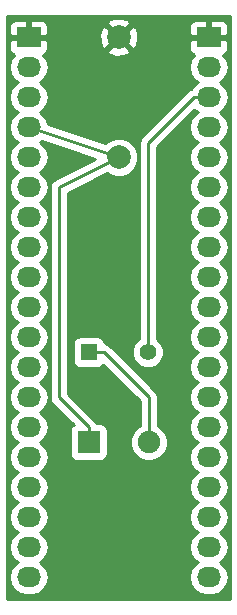
<source format=gbr>
G04 #@! TF.FileFunction,Copper,L1,Top,Signal*
%FSLAX46Y46*%
G04 Gerber Fmt 4.6, Leading zero omitted, Abs format (unit mm)*
G04 Created by KiCad (PCBNEW 4.0.3+e1-6302~38~ubuntu16.04.1-stable) date Thu Aug 11 18:03:17 2016*
%MOMM*%
%LPD*%
G01*
G04 APERTURE LIST*
%ADD10C,0.100000*%
%ADD11R,1.400000X1.400000*%
%ADD12C,1.400000*%
%ADD13R,1.905000X1.905000*%
%ADD14C,1.905000*%
%ADD15R,2.032000X1.727200*%
%ADD16O,2.032000X1.727200*%
%ADD17C,1.998980*%
%ADD18C,0.250000*%
%ADD19C,0.254000*%
G04 APERTURE END LIST*
D10*
D11*
X90170000Y-90170000D03*
D12*
X95170000Y-90170000D03*
D13*
X90170000Y-97790000D03*
D14*
X95250000Y-97790000D03*
D15*
X100330000Y-63500000D03*
D16*
X100330000Y-66040000D03*
X100330000Y-68580000D03*
X100330000Y-71120000D03*
X100330000Y-73660000D03*
X100330000Y-76200000D03*
X100330000Y-78740000D03*
X100330000Y-81280000D03*
X100330000Y-83820000D03*
X100330000Y-86360000D03*
X100330000Y-88900000D03*
X100330000Y-91440000D03*
X100330000Y-93980000D03*
X100330000Y-96520000D03*
X100330000Y-99060000D03*
X100330000Y-101600000D03*
X100330000Y-104140000D03*
X100330000Y-106680000D03*
X100330000Y-109220000D03*
D15*
X85090000Y-63500000D03*
D16*
X85090000Y-66040000D03*
X85090000Y-68580000D03*
X85090000Y-71120000D03*
X85090000Y-73660000D03*
X85090000Y-76200000D03*
X85090000Y-78740000D03*
X85090000Y-81280000D03*
X85090000Y-83820000D03*
X85090000Y-86360000D03*
X85090000Y-88900000D03*
X85090000Y-91440000D03*
X85090000Y-93980000D03*
X85090000Y-96520000D03*
X85090000Y-99060000D03*
X85090000Y-101600000D03*
X85090000Y-104140000D03*
X85090000Y-106680000D03*
X85090000Y-109220000D03*
D17*
X92710000Y-73660000D03*
X92710000Y-63500000D03*
D18*
X90170000Y-90170000D02*
X91440000Y-90170000D01*
X95250000Y-93980000D02*
X95250000Y-97790000D01*
X91440000Y-90170000D02*
X95250000Y-93980000D01*
X100330000Y-68580000D02*
X99060000Y-68580000D01*
X95170000Y-72470000D02*
X95170000Y-90170000D01*
X99060000Y-68580000D02*
X95170000Y-72470000D01*
X90170000Y-97790000D02*
X90170000Y-96520000D01*
X87630000Y-76200000D02*
X92710000Y-73660000D01*
X87630000Y-93980000D02*
X87630000Y-76200000D01*
X90170000Y-96520000D02*
X87630000Y-93980000D01*
X85090000Y-71120000D02*
X92710000Y-73660000D01*
D19*
G36*
X102160000Y-111050000D02*
X83260000Y-111050000D01*
X83260000Y-66040000D01*
X83406655Y-66040000D01*
X83520729Y-66613489D01*
X83845585Y-67099670D01*
X84160366Y-67310000D01*
X83845585Y-67520330D01*
X83520729Y-68006511D01*
X83406655Y-68580000D01*
X83520729Y-69153489D01*
X83845585Y-69639670D01*
X84160366Y-69850000D01*
X83845585Y-70060330D01*
X83520729Y-70546511D01*
X83406655Y-71120000D01*
X83520729Y-71693489D01*
X83845585Y-72179670D01*
X84160366Y-72390000D01*
X83845585Y-72600330D01*
X83520729Y-73086511D01*
X83406655Y-73660000D01*
X83520729Y-74233489D01*
X83845585Y-74719670D01*
X84160366Y-74930000D01*
X83845585Y-75140330D01*
X83520729Y-75626511D01*
X83406655Y-76200000D01*
X83520729Y-76773489D01*
X83845585Y-77259670D01*
X84160366Y-77470000D01*
X83845585Y-77680330D01*
X83520729Y-78166511D01*
X83406655Y-78740000D01*
X83520729Y-79313489D01*
X83845585Y-79799670D01*
X84160366Y-80010000D01*
X83845585Y-80220330D01*
X83520729Y-80706511D01*
X83406655Y-81280000D01*
X83520729Y-81853489D01*
X83845585Y-82339670D01*
X84160366Y-82550000D01*
X83845585Y-82760330D01*
X83520729Y-83246511D01*
X83406655Y-83820000D01*
X83520729Y-84393489D01*
X83845585Y-84879670D01*
X84160366Y-85090000D01*
X83845585Y-85300330D01*
X83520729Y-85786511D01*
X83406655Y-86360000D01*
X83520729Y-86933489D01*
X83845585Y-87419670D01*
X84160366Y-87630000D01*
X83845585Y-87840330D01*
X83520729Y-88326511D01*
X83406655Y-88900000D01*
X83520729Y-89473489D01*
X83845585Y-89959670D01*
X84160366Y-90170000D01*
X83845585Y-90380330D01*
X83520729Y-90866511D01*
X83406655Y-91440000D01*
X83520729Y-92013489D01*
X83845585Y-92499670D01*
X84160366Y-92710000D01*
X83845585Y-92920330D01*
X83520729Y-93406511D01*
X83406655Y-93980000D01*
X83520729Y-94553489D01*
X83845585Y-95039670D01*
X84160366Y-95250000D01*
X83845585Y-95460330D01*
X83520729Y-95946511D01*
X83406655Y-96520000D01*
X83520729Y-97093489D01*
X83845585Y-97579670D01*
X84160366Y-97790000D01*
X83845585Y-98000330D01*
X83520729Y-98486511D01*
X83406655Y-99060000D01*
X83520729Y-99633489D01*
X83845585Y-100119670D01*
X84160366Y-100330000D01*
X83845585Y-100540330D01*
X83520729Y-101026511D01*
X83406655Y-101600000D01*
X83520729Y-102173489D01*
X83845585Y-102659670D01*
X84160366Y-102870000D01*
X83845585Y-103080330D01*
X83520729Y-103566511D01*
X83406655Y-104140000D01*
X83520729Y-104713489D01*
X83845585Y-105199670D01*
X84160366Y-105410000D01*
X83845585Y-105620330D01*
X83520729Y-106106511D01*
X83406655Y-106680000D01*
X83520729Y-107253489D01*
X83845585Y-107739670D01*
X84160366Y-107950000D01*
X83845585Y-108160330D01*
X83520729Y-108646511D01*
X83406655Y-109220000D01*
X83520729Y-109793489D01*
X83845585Y-110279670D01*
X84331766Y-110604526D01*
X84905255Y-110718600D01*
X85274745Y-110718600D01*
X85848234Y-110604526D01*
X86334415Y-110279670D01*
X86659271Y-109793489D01*
X86773345Y-109220000D01*
X86659271Y-108646511D01*
X86334415Y-108160330D01*
X86019634Y-107950000D01*
X86334415Y-107739670D01*
X86659271Y-107253489D01*
X86773345Y-106680000D01*
X86659271Y-106106511D01*
X86334415Y-105620330D01*
X86019634Y-105410000D01*
X86334415Y-105199670D01*
X86659271Y-104713489D01*
X86773345Y-104140000D01*
X86659271Y-103566511D01*
X86334415Y-103080330D01*
X86019634Y-102870000D01*
X86334415Y-102659670D01*
X86659271Y-102173489D01*
X86773345Y-101600000D01*
X86659271Y-101026511D01*
X86334415Y-100540330D01*
X86019634Y-100330000D01*
X86334415Y-100119670D01*
X86659271Y-99633489D01*
X86773345Y-99060000D01*
X86659271Y-98486511D01*
X86334415Y-98000330D01*
X86019634Y-97790000D01*
X86334415Y-97579670D01*
X86659271Y-97093489D01*
X86773345Y-96520000D01*
X86659271Y-95946511D01*
X86334415Y-95460330D01*
X86019634Y-95250000D01*
X86334415Y-95039670D01*
X86659271Y-94553489D01*
X86773345Y-93980000D01*
X86659271Y-93406511D01*
X86334415Y-92920330D01*
X86019634Y-92710000D01*
X86334415Y-92499670D01*
X86659271Y-92013489D01*
X86773345Y-91440000D01*
X86659271Y-90866511D01*
X86334415Y-90380330D01*
X86019634Y-90170000D01*
X86334415Y-89959670D01*
X86659271Y-89473489D01*
X86773345Y-88900000D01*
X86659271Y-88326511D01*
X86334415Y-87840330D01*
X86019634Y-87630000D01*
X86334415Y-87419670D01*
X86659271Y-86933489D01*
X86773345Y-86360000D01*
X86659271Y-85786511D01*
X86334415Y-85300330D01*
X86019634Y-85090000D01*
X86334415Y-84879670D01*
X86659271Y-84393489D01*
X86773345Y-83820000D01*
X86659271Y-83246511D01*
X86334415Y-82760330D01*
X86019634Y-82550000D01*
X86334415Y-82339670D01*
X86659271Y-81853489D01*
X86773345Y-81280000D01*
X86659271Y-80706511D01*
X86334415Y-80220330D01*
X86019634Y-80010000D01*
X86334415Y-79799670D01*
X86659271Y-79313489D01*
X86773345Y-78740000D01*
X86659271Y-78166511D01*
X86334415Y-77680330D01*
X86019634Y-77470000D01*
X86334415Y-77259670D01*
X86659271Y-76773489D01*
X86773345Y-76200000D01*
X86659271Y-75626511D01*
X86334415Y-75140330D01*
X86019634Y-74930000D01*
X86334415Y-74719670D01*
X86659271Y-74233489D01*
X86773345Y-73660000D01*
X86659271Y-73086511D01*
X86334415Y-72600330D01*
X86019634Y-72390000D01*
X86178406Y-72283912D01*
X90729021Y-73800784D01*
X87290118Y-75520235D01*
X87193884Y-75594923D01*
X87092599Y-75662599D01*
X87077427Y-75685306D01*
X87055856Y-75702047D01*
X86995531Y-75807872D01*
X86927852Y-75909161D01*
X86922525Y-75935943D01*
X86909001Y-75959667D01*
X86893766Y-76080520D01*
X86870000Y-76200000D01*
X86870000Y-93980000D01*
X86927852Y-94270839D01*
X87092599Y-94517401D01*
X88877134Y-96301936D01*
X88766059Y-96373410D01*
X88621069Y-96585610D01*
X88570060Y-96837500D01*
X88570060Y-98742500D01*
X88614338Y-98977817D01*
X88753410Y-99193941D01*
X88965610Y-99338931D01*
X89217500Y-99389940D01*
X91122500Y-99389940D01*
X91357817Y-99345662D01*
X91573941Y-99206590D01*
X91718931Y-98994390D01*
X91769940Y-98742500D01*
X91769940Y-96837500D01*
X91725662Y-96602183D01*
X91586590Y-96386059D01*
X91374390Y-96241069D01*
X91122500Y-96190060D01*
X90846022Y-96190060D01*
X90707401Y-95982599D01*
X88390000Y-93665198D01*
X88390000Y-89470000D01*
X88822560Y-89470000D01*
X88822560Y-90870000D01*
X88866838Y-91105317D01*
X89005910Y-91321441D01*
X89218110Y-91466431D01*
X89470000Y-91517440D01*
X90870000Y-91517440D01*
X91105317Y-91473162D01*
X91321441Y-91334090D01*
X91405810Y-91210612D01*
X94490000Y-94294802D01*
X94490000Y-96386348D01*
X94351928Y-96443398D01*
X93904968Y-96889579D01*
X93662776Y-97472841D01*
X93662225Y-98104388D01*
X93903398Y-98688072D01*
X94349579Y-99135032D01*
X94932841Y-99377224D01*
X95564388Y-99377775D01*
X96148072Y-99136602D01*
X96595032Y-98690421D01*
X96837224Y-98107159D01*
X96837775Y-97475612D01*
X96596602Y-96891928D01*
X96150421Y-96444968D01*
X96010000Y-96386660D01*
X96010000Y-93980000D01*
X95952148Y-93689161D01*
X95787401Y-93442599D01*
X92779185Y-90434383D01*
X93834769Y-90434383D01*
X94037582Y-90925229D01*
X94412796Y-91301098D01*
X94903287Y-91504768D01*
X95434383Y-91505231D01*
X95925229Y-91302418D01*
X96301098Y-90927204D01*
X96504768Y-90436713D01*
X96505231Y-89905617D01*
X96302418Y-89414771D01*
X95930000Y-89041703D01*
X95930000Y-72784802D01*
X99081398Y-69633404D01*
X99085585Y-69639670D01*
X99400366Y-69850000D01*
X99085585Y-70060330D01*
X98760729Y-70546511D01*
X98646655Y-71120000D01*
X98760729Y-71693489D01*
X99085585Y-72179670D01*
X99400366Y-72390000D01*
X99085585Y-72600330D01*
X98760729Y-73086511D01*
X98646655Y-73660000D01*
X98760729Y-74233489D01*
X99085585Y-74719670D01*
X99400366Y-74930000D01*
X99085585Y-75140330D01*
X98760729Y-75626511D01*
X98646655Y-76200000D01*
X98760729Y-76773489D01*
X99085585Y-77259670D01*
X99400366Y-77470000D01*
X99085585Y-77680330D01*
X98760729Y-78166511D01*
X98646655Y-78740000D01*
X98760729Y-79313489D01*
X99085585Y-79799670D01*
X99400366Y-80010000D01*
X99085585Y-80220330D01*
X98760729Y-80706511D01*
X98646655Y-81280000D01*
X98760729Y-81853489D01*
X99085585Y-82339670D01*
X99400366Y-82550000D01*
X99085585Y-82760330D01*
X98760729Y-83246511D01*
X98646655Y-83820000D01*
X98760729Y-84393489D01*
X99085585Y-84879670D01*
X99400366Y-85090000D01*
X99085585Y-85300330D01*
X98760729Y-85786511D01*
X98646655Y-86360000D01*
X98760729Y-86933489D01*
X99085585Y-87419670D01*
X99400366Y-87630000D01*
X99085585Y-87840330D01*
X98760729Y-88326511D01*
X98646655Y-88900000D01*
X98760729Y-89473489D01*
X99085585Y-89959670D01*
X99400366Y-90170000D01*
X99085585Y-90380330D01*
X98760729Y-90866511D01*
X98646655Y-91440000D01*
X98760729Y-92013489D01*
X99085585Y-92499670D01*
X99400366Y-92710000D01*
X99085585Y-92920330D01*
X98760729Y-93406511D01*
X98646655Y-93980000D01*
X98760729Y-94553489D01*
X99085585Y-95039670D01*
X99400366Y-95250000D01*
X99085585Y-95460330D01*
X98760729Y-95946511D01*
X98646655Y-96520000D01*
X98760729Y-97093489D01*
X99085585Y-97579670D01*
X99400366Y-97790000D01*
X99085585Y-98000330D01*
X98760729Y-98486511D01*
X98646655Y-99060000D01*
X98760729Y-99633489D01*
X99085585Y-100119670D01*
X99400366Y-100330000D01*
X99085585Y-100540330D01*
X98760729Y-101026511D01*
X98646655Y-101600000D01*
X98760729Y-102173489D01*
X99085585Y-102659670D01*
X99400366Y-102870000D01*
X99085585Y-103080330D01*
X98760729Y-103566511D01*
X98646655Y-104140000D01*
X98760729Y-104713489D01*
X99085585Y-105199670D01*
X99400366Y-105410000D01*
X99085585Y-105620330D01*
X98760729Y-106106511D01*
X98646655Y-106680000D01*
X98760729Y-107253489D01*
X99085585Y-107739670D01*
X99400366Y-107950000D01*
X99085585Y-108160330D01*
X98760729Y-108646511D01*
X98646655Y-109220000D01*
X98760729Y-109793489D01*
X99085585Y-110279670D01*
X99571766Y-110604526D01*
X100145255Y-110718600D01*
X100514745Y-110718600D01*
X101088234Y-110604526D01*
X101574415Y-110279670D01*
X101899271Y-109793489D01*
X102013345Y-109220000D01*
X101899271Y-108646511D01*
X101574415Y-108160330D01*
X101259634Y-107950000D01*
X101574415Y-107739670D01*
X101899271Y-107253489D01*
X102013345Y-106680000D01*
X101899271Y-106106511D01*
X101574415Y-105620330D01*
X101259634Y-105410000D01*
X101574415Y-105199670D01*
X101899271Y-104713489D01*
X102013345Y-104140000D01*
X101899271Y-103566511D01*
X101574415Y-103080330D01*
X101259634Y-102870000D01*
X101574415Y-102659670D01*
X101899271Y-102173489D01*
X102013345Y-101600000D01*
X101899271Y-101026511D01*
X101574415Y-100540330D01*
X101259634Y-100330000D01*
X101574415Y-100119670D01*
X101899271Y-99633489D01*
X102013345Y-99060000D01*
X101899271Y-98486511D01*
X101574415Y-98000330D01*
X101259634Y-97790000D01*
X101574415Y-97579670D01*
X101899271Y-97093489D01*
X102013345Y-96520000D01*
X101899271Y-95946511D01*
X101574415Y-95460330D01*
X101259634Y-95250000D01*
X101574415Y-95039670D01*
X101899271Y-94553489D01*
X102013345Y-93980000D01*
X101899271Y-93406511D01*
X101574415Y-92920330D01*
X101259634Y-92710000D01*
X101574415Y-92499670D01*
X101899271Y-92013489D01*
X102013345Y-91440000D01*
X101899271Y-90866511D01*
X101574415Y-90380330D01*
X101259634Y-90170000D01*
X101574415Y-89959670D01*
X101899271Y-89473489D01*
X102013345Y-88900000D01*
X101899271Y-88326511D01*
X101574415Y-87840330D01*
X101259634Y-87630000D01*
X101574415Y-87419670D01*
X101899271Y-86933489D01*
X102013345Y-86360000D01*
X101899271Y-85786511D01*
X101574415Y-85300330D01*
X101259634Y-85090000D01*
X101574415Y-84879670D01*
X101899271Y-84393489D01*
X102013345Y-83820000D01*
X101899271Y-83246511D01*
X101574415Y-82760330D01*
X101259634Y-82550000D01*
X101574415Y-82339670D01*
X101899271Y-81853489D01*
X102013345Y-81280000D01*
X101899271Y-80706511D01*
X101574415Y-80220330D01*
X101259634Y-80010000D01*
X101574415Y-79799670D01*
X101899271Y-79313489D01*
X102013345Y-78740000D01*
X101899271Y-78166511D01*
X101574415Y-77680330D01*
X101259634Y-77470000D01*
X101574415Y-77259670D01*
X101899271Y-76773489D01*
X102013345Y-76200000D01*
X101899271Y-75626511D01*
X101574415Y-75140330D01*
X101259634Y-74930000D01*
X101574415Y-74719670D01*
X101899271Y-74233489D01*
X102013345Y-73660000D01*
X101899271Y-73086511D01*
X101574415Y-72600330D01*
X101259634Y-72390000D01*
X101574415Y-72179670D01*
X101899271Y-71693489D01*
X102013345Y-71120000D01*
X101899271Y-70546511D01*
X101574415Y-70060330D01*
X101259634Y-69850000D01*
X101574415Y-69639670D01*
X101899271Y-69153489D01*
X102013345Y-68580000D01*
X101899271Y-68006511D01*
X101574415Y-67520330D01*
X101259634Y-67310000D01*
X101574415Y-67099670D01*
X101899271Y-66613489D01*
X102013345Y-66040000D01*
X101899271Y-65466511D01*
X101574415Y-64980330D01*
X101552220Y-64965500D01*
X101705699Y-64901927D01*
X101884327Y-64723298D01*
X101981000Y-64489909D01*
X101981000Y-63785750D01*
X101822250Y-63627000D01*
X100457000Y-63627000D01*
X100457000Y-63647000D01*
X100203000Y-63647000D01*
X100203000Y-63627000D01*
X98837750Y-63627000D01*
X98679000Y-63785750D01*
X98679000Y-64489909D01*
X98775673Y-64723298D01*
X98954301Y-64901927D01*
X99107780Y-64965500D01*
X99085585Y-64980330D01*
X98760729Y-65466511D01*
X98646655Y-66040000D01*
X98760729Y-66613489D01*
X99085585Y-67099670D01*
X99400366Y-67310000D01*
X99085585Y-67520330D01*
X98858581Y-67860065D01*
X98769161Y-67877852D01*
X98522599Y-68042599D01*
X94632599Y-71932599D01*
X94467852Y-72179161D01*
X94410000Y-72470000D01*
X94410000Y-89042345D01*
X94038902Y-89412796D01*
X93835232Y-89903287D01*
X93834769Y-90434383D01*
X92779185Y-90434383D01*
X91977401Y-89632599D01*
X91730839Y-89467852D01*
X91508722Y-89423670D01*
X91473162Y-89234683D01*
X91334090Y-89018559D01*
X91121890Y-88873569D01*
X90870000Y-88822560D01*
X89470000Y-88822560D01*
X89234683Y-88866838D01*
X89018559Y-89005910D01*
X88873569Y-89218110D01*
X88822560Y-89470000D01*
X88390000Y-89470000D01*
X88390000Y-76669706D01*
X91735247Y-74997083D01*
X91782927Y-75044846D01*
X92383453Y-75294206D01*
X93033694Y-75294774D01*
X93634655Y-75046462D01*
X94094846Y-74587073D01*
X94344206Y-73986547D01*
X94344774Y-73336306D01*
X94096462Y-72735345D01*
X93637073Y-72275154D01*
X93036547Y-72025794D01*
X92386306Y-72025226D01*
X91785345Y-72273538D01*
X91577223Y-72481298D01*
X86722217Y-70862962D01*
X86659271Y-70546511D01*
X86334415Y-70060330D01*
X86019634Y-69850000D01*
X86334415Y-69639670D01*
X86659271Y-69153489D01*
X86773345Y-68580000D01*
X86659271Y-68006511D01*
X86334415Y-67520330D01*
X86019634Y-67310000D01*
X86334415Y-67099670D01*
X86659271Y-66613489D01*
X86773345Y-66040000D01*
X86659271Y-65466511D01*
X86334415Y-64980330D01*
X86312220Y-64965500D01*
X86465699Y-64901927D01*
X86644327Y-64723298D01*
X86673792Y-64652163D01*
X91737443Y-64652163D01*
X91836042Y-64918965D01*
X92445582Y-65145401D01*
X93095377Y-65121341D01*
X93583958Y-64918965D01*
X93682557Y-64652163D01*
X92710000Y-63679605D01*
X91737443Y-64652163D01*
X86673792Y-64652163D01*
X86741000Y-64489909D01*
X86741000Y-63785750D01*
X86582250Y-63627000D01*
X85217000Y-63627000D01*
X85217000Y-63647000D01*
X84963000Y-63647000D01*
X84963000Y-63627000D01*
X83597750Y-63627000D01*
X83439000Y-63785750D01*
X83439000Y-64489909D01*
X83535673Y-64723298D01*
X83714301Y-64901927D01*
X83867780Y-64965500D01*
X83845585Y-64980330D01*
X83520729Y-65466511D01*
X83406655Y-66040000D01*
X83260000Y-66040000D01*
X83260000Y-62510091D01*
X83439000Y-62510091D01*
X83439000Y-63214250D01*
X83597750Y-63373000D01*
X84963000Y-63373000D01*
X84963000Y-62160150D01*
X85217000Y-62160150D01*
X85217000Y-63373000D01*
X86582250Y-63373000D01*
X86719668Y-63235582D01*
X91064599Y-63235582D01*
X91088659Y-63885377D01*
X91291035Y-64373958D01*
X91557837Y-64472557D01*
X92530395Y-63500000D01*
X92889605Y-63500000D01*
X93862163Y-64472557D01*
X94128965Y-64373958D01*
X94355401Y-63764418D01*
X94331341Y-63114623D01*
X94128965Y-62626042D01*
X93862163Y-62527443D01*
X92889605Y-63500000D01*
X92530395Y-63500000D01*
X91557837Y-62527443D01*
X91291035Y-62626042D01*
X91064599Y-63235582D01*
X86719668Y-63235582D01*
X86741000Y-63214250D01*
X86741000Y-62510091D01*
X86673793Y-62347837D01*
X91737443Y-62347837D01*
X92710000Y-63320395D01*
X93520303Y-62510091D01*
X98679000Y-62510091D01*
X98679000Y-63214250D01*
X98837750Y-63373000D01*
X100203000Y-63373000D01*
X100203000Y-62160150D01*
X100457000Y-62160150D01*
X100457000Y-63373000D01*
X101822250Y-63373000D01*
X101981000Y-63214250D01*
X101981000Y-62510091D01*
X101884327Y-62276702D01*
X101705699Y-62098073D01*
X101472310Y-62001400D01*
X100615750Y-62001400D01*
X100457000Y-62160150D01*
X100203000Y-62160150D01*
X100044250Y-62001400D01*
X99187690Y-62001400D01*
X98954301Y-62098073D01*
X98775673Y-62276702D01*
X98679000Y-62510091D01*
X93520303Y-62510091D01*
X93682557Y-62347837D01*
X93583958Y-62081035D01*
X92974418Y-61854599D01*
X92324623Y-61878659D01*
X91836042Y-62081035D01*
X91737443Y-62347837D01*
X86673793Y-62347837D01*
X86644327Y-62276702D01*
X86465699Y-62098073D01*
X86232310Y-62001400D01*
X85375750Y-62001400D01*
X85217000Y-62160150D01*
X84963000Y-62160150D01*
X84804250Y-62001400D01*
X83947690Y-62001400D01*
X83714301Y-62098073D01*
X83535673Y-62276702D01*
X83439000Y-62510091D01*
X83260000Y-62510091D01*
X83260000Y-61670000D01*
X102160000Y-61670000D01*
X102160000Y-111050000D01*
X102160000Y-111050000D01*
G37*
X102160000Y-111050000D02*
X83260000Y-111050000D01*
X83260000Y-66040000D01*
X83406655Y-66040000D01*
X83520729Y-66613489D01*
X83845585Y-67099670D01*
X84160366Y-67310000D01*
X83845585Y-67520330D01*
X83520729Y-68006511D01*
X83406655Y-68580000D01*
X83520729Y-69153489D01*
X83845585Y-69639670D01*
X84160366Y-69850000D01*
X83845585Y-70060330D01*
X83520729Y-70546511D01*
X83406655Y-71120000D01*
X83520729Y-71693489D01*
X83845585Y-72179670D01*
X84160366Y-72390000D01*
X83845585Y-72600330D01*
X83520729Y-73086511D01*
X83406655Y-73660000D01*
X83520729Y-74233489D01*
X83845585Y-74719670D01*
X84160366Y-74930000D01*
X83845585Y-75140330D01*
X83520729Y-75626511D01*
X83406655Y-76200000D01*
X83520729Y-76773489D01*
X83845585Y-77259670D01*
X84160366Y-77470000D01*
X83845585Y-77680330D01*
X83520729Y-78166511D01*
X83406655Y-78740000D01*
X83520729Y-79313489D01*
X83845585Y-79799670D01*
X84160366Y-80010000D01*
X83845585Y-80220330D01*
X83520729Y-80706511D01*
X83406655Y-81280000D01*
X83520729Y-81853489D01*
X83845585Y-82339670D01*
X84160366Y-82550000D01*
X83845585Y-82760330D01*
X83520729Y-83246511D01*
X83406655Y-83820000D01*
X83520729Y-84393489D01*
X83845585Y-84879670D01*
X84160366Y-85090000D01*
X83845585Y-85300330D01*
X83520729Y-85786511D01*
X83406655Y-86360000D01*
X83520729Y-86933489D01*
X83845585Y-87419670D01*
X84160366Y-87630000D01*
X83845585Y-87840330D01*
X83520729Y-88326511D01*
X83406655Y-88900000D01*
X83520729Y-89473489D01*
X83845585Y-89959670D01*
X84160366Y-90170000D01*
X83845585Y-90380330D01*
X83520729Y-90866511D01*
X83406655Y-91440000D01*
X83520729Y-92013489D01*
X83845585Y-92499670D01*
X84160366Y-92710000D01*
X83845585Y-92920330D01*
X83520729Y-93406511D01*
X83406655Y-93980000D01*
X83520729Y-94553489D01*
X83845585Y-95039670D01*
X84160366Y-95250000D01*
X83845585Y-95460330D01*
X83520729Y-95946511D01*
X83406655Y-96520000D01*
X83520729Y-97093489D01*
X83845585Y-97579670D01*
X84160366Y-97790000D01*
X83845585Y-98000330D01*
X83520729Y-98486511D01*
X83406655Y-99060000D01*
X83520729Y-99633489D01*
X83845585Y-100119670D01*
X84160366Y-100330000D01*
X83845585Y-100540330D01*
X83520729Y-101026511D01*
X83406655Y-101600000D01*
X83520729Y-102173489D01*
X83845585Y-102659670D01*
X84160366Y-102870000D01*
X83845585Y-103080330D01*
X83520729Y-103566511D01*
X83406655Y-104140000D01*
X83520729Y-104713489D01*
X83845585Y-105199670D01*
X84160366Y-105410000D01*
X83845585Y-105620330D01*
X83520729Y-106106511D01*
X83406655Y-106680000D01*
X83520729Y-107253489D01*
X83845585Y-107739670D01*
X84160366Y-107950000D01*
X83845585Y-108160330D01*
X83520729Y-108646511D01*
X83406655Y-109220000D01*
X83520729Y-109793489D01*
X83845585Y-110279670D01*
X84331766Y-110604526D01*
X84905255Y-110718600D01*
X85274745Y-110718600D01*
X85848234Y-110604526D01*
X86334415Y-110279670D01*
X86659271Y-109793489D01*
X86773345Y-109220000D01*
X86659271Y-108646511D01*
X86334415Y-108160330D01*
X86019634Y-107950000D01*
X86334415Y-107739670D01*
X86659271Y-107253489D01*
X86773345Y-106680000D01*
X86659271Y-106106511D01*
X86334415Y-105620330D01*
X86019634Y-105410000D01*
X86334415Y-105199670D01*
X86659271Y-104713489D01*
X86773345Y-104140000D01*
X86659271Y-103566511D01*
X86334415Y-103080330D01*
X86019634Y-102870000D01*
X86334415Y-102659670D01*
X86659271Y-102173489D01*
X86773345Y-101600000D01*
X86659271Y-101026511D01*
X86334415Y-100540330D01*
X86019634Y-100330000D01*
X86334415Y-100119670D01*
X86659271Y-99633489D01*
X86773345Y-99060000D01*
X86659271Y-98486511D01*
X86334415Y-98000330D01*
X86019634Y-97790000D01*
X86334415Y-97579670D01*
X86659271Y-97093489D01*
X86773345Y-96520000D01*
X86659271Y-95946511D01*
X86334415Y-95460330D01*
X86019634Y-95250000D01*
X86334415Y-95039670D01*
X86659271Y-94553489D01*
X86773345Y-93980000D01*
X86659271Y-93406511D01*
X86334415Y-92920330D01*
X86019634Y-92710000D01*
X86334415Y-92499670D01*
X86659271Y-92013489D01*
X86773345Y-91440000D01*
X86659271Y-90866511D01*
X86334415Y-90380330D01*
X86019634Y-90170000D01*
X86334415Y-89959670D01*
X86659271Y-89473489D01*
X86773345Y-88900000D01*
X86659271Y-88326511D01*
X86334415Y-87840330D01*
X86019634Y-87630000D01*
X86334415Y-87419670D01*
X86659271Y-86933489D01*
X86773345Y-86360000D01*
X86659271Y-85786511D01*
X86334415Y-85300330D01*
X86019634Y-85090000D01*
X86334415Y-84879670D01*
X86659271Y-84393489D01*
X86773345Y-83820000D01*
X86659271Y-83246511D01*
X86334415Y-82760330D01*
X86019634Y-82550000D01*
X86334415Y-82339670D01*
X86659271Y-81853489D01*
X86773345Y-81280000D01*
X86659271Y-80706511D01*
X86334415Y-80220330D01*
X86019634Y-80010000D01*
X86334415Y-79799670D01*
X86659271Y-79313489D01*
X86773345Y-78740000D01*
X86659271Y-78166511D01*
X86334415Y-77680330D01*
X86019634Y-77470000D01*
X86334415Y-77259670D01*
X86659271Y-76773489D01*
X86773345Y-76200000D01*
X86659271Y-75626511D01*
X86334415Y-75140330D01*
X86019634Y-74930000D01*
X86334415Y-74719670D01*
X86659271Y-74233489D01*
X86773345Y-73660000D01*
X86659271Y-73086511D01*
X86334415Y-72600330D01*
X86019634Y-72390000D01*
X86178406Y-72283912D01*
X90729021Y-73800784D01*
X87290118Y-75520235D01*
X87193884Y-75594923D01*
X87092599Y-75662599D01*
X87077427Y-75685306D01*
X87055856Y-75702047D01*
X86995531Y-75807872D01*
X86927852Y-75909161D01*
X86922525Y-75935943D01*
X86909001Y-75959667D01*
X86893766Y-76080520D01*
X86870000Y-76200000D01*
X86870000Y-93980000D01*
X86927852Y-94270839D01*
X87092599Y-94517401D01*
X88877134Y-96301936D01*
X88766059Y-96373410D01*
X88621069Y-96585610D01*
X88570060Y-96837500D01*
X88570060Y-98742500D01*
X88614338Y-98977817D01*
X88753410Y-99193941D01*
X88965610Y-99338931D01*
X89217500Y-99389940D01*
X91122500Y-99389940D01*
X91357817Y-99345662D01*
X91573941Y-99206590D01*
X91718931Y-98994390D01*
X91769940Y-98742500D01*
X91769940Y-96837500D01*
X91725662Y-96602183D01*
X91586590Y-96386059D01*
X91374390Y-96241069D01*
X91122500Y-96190060D01*
X90846022Y-96190060D01*
X90707401Y-95982599D01*
X88390000Y-93665198D01*
X88390000Y-89470000D01*
X88822560Y-89470000D01*
X88822560Y-90870000D01*
X88866838Y-91105317D01*
X89005910Y-91321441D01*
X89218110Y-91466431D01*
X89470000Y-91517440D01*
X90870000Y-91517440D01*
X91105317Y-91473162D01*
X91321441Y-91334090D01*
X91405810Y-91210612D01*
X94490000Y-94294802D01*
X94490000Y-96386348D01*
X94351928Y-96443398D01*
X93904968Y-96889579D01*
X93662776Y-97472841D01*
X93662225Y-98104388D01*
X93903398Y-98688072D01*
X94349579Y-99135032D01*
X94932841Y-99377224D01*
X95564388Y-99377775D01*
X96148072Y-99136602D01*
X96595032Y-98690421D01*
X96837224Y-98107159D01*
X96837775Y-97475612D01*
X96596602Y-96891928D01*
X96150421Y-96444968D01*
X96010000Y-96386660D01*
X96010000Y-93980000D01*
X95952148Y-93689161D01*
X95787401Y-93442599D01*
X92779185Y-90434383D01*
X93834769Y-90434383D01*
X94037582Y-90925229D01*
X94412796Y-91301098D01*
X94903287Y-91504768D01*
X95434383Y-91505231D01*
X95925229Y-91302418D01*
X96301098Y-90927204D01*
X96504768Y-90436713D01*
X96505231Y-89905617D01*
X96302418Y-89414771D01*
X95930000Y-89041703D01*
X95930000Y-72784802D01*
X99081398Y-69633404D01*
X99085585Y-69639670D01*
X99400366Y-69850000D01*
X99085585Y-70060330D01*
X98760729Y-70546511D01*
X98646655Y-71120000D01*
X98760729Y-71693489D01*
X99085585Y-72179670D01*
X99400366Y-72390000D01*
X99085585Y-72600330D01*
X98760729Y-73086511D01*
X98646655Y-73660000D01*
X98760729Y-74233489D01*
X99085585Y-74719670D01*
X99400366Y-74930000D01*
X99085585Y-75140330D01*
X98760729Y-75626511D01*
X98646655Y-76200000D01*
X98760729Y-76773489D01*
X99085585Y-77259670D01*
X99400366Y-77470000D01*
X99085585Y-77680330D01*
X98760729Y-78166511D01*
X98646655Y-78740000D01*
X98760729Y-79313489D01*
X99085585Y-79799670D01*
X99400366Y-80010000D01*
X99085585Y-80220330D01*
X98760729Y-80706511D01*
X98646655Y-81280000D01*
X98760729Y-81853489D01*
X99085585Y-82339670D01*
X99400366Y-82550000D01*
X99085585Y-82760330D01*
X98760729Y-83246511D01*
X98646655Y-83820000D01*
X98760729Y-84393489D01*
X99085585Y-84879670D01*
X99400366Y-85090000D01*
X99085585Y-85300330D01*
X98760729Y-85786511D01*
X98646655Y-86360000D01*
X98760729Y-86933489D01*
X99085585Y-87419670D01*
X99400366Y-87630000D01*
X99085585Y-87840330D01*
X98760729Y-88326511D01*
X98646655Y-88900000D01*
X98760729Y-89473489D01*
X99085585Y-89959670D01*
X99400366Y-90170000D01*
X99085585Y-90380330D01*
X98760729Y-90866511D01*
X98646655Y-91440000D01*
X98760729Y-92013489D01*
X99085585Y-92499670D01*
X99400366Y-92710000D01*
X99085585Y-92920330D01*
X98760729Y-93406511D01*
X98646655Y-93980000D01*
X98760729Y-94553489D01*
X99085585Y-95039670D01*
X99400366Y-95250000D01*
X99085585Y-95460330D01*
X98760729Y-95946511D01*
X98646655Y-96520000D01*
X98760729Y-97093489D01*
X99085585Y-97579670D01*
X99400366Y-97790000D01*
X99085585Y-98000330D01*
X98760729Y-98486511D01*
X98646655Y-99060000D01*
X98760729Y-99633489D01*
X99085585Y-100119670D01*
X99400366Y-100330000D01*
X99085585Y-100540330D01*
X98760729Y-101026511D01*
X98646655Y-101600000D01*
X98760729Y-102173489D01*
X99085585Y-102659670D01*
X99400366Y-102870000D01*
X99085585Y-103080330D01*
X98760729Y-103566511D01*
X98646655Y-104140000D01*
X98760729Y-104713489D01*
X99085585Y-105199670D01*
X99400366Y-105410000D01*
X99085585Y-105620330D01*
X98760729Y-106106511D01*
X98646655Y-106680000D01*
X98760729Y-107253489D01*
X99085585Y-107739670D01*
X99400366Y-107950000D01*
X99085585Y-108160330D01*
X98760729Y-108646511D01*
X98646655Y-109220000D01*
X98760729Y-109793489D01*
X99085585Y-110279670D01*
X99571766Y-110604526D01*
X100145255Y-110718600D01*
X100514745Y-110718600D01*
X101088234Y-110604526D01*
X101574415Y-110279670D01*
X101899271Y-109793489D01*
X102013345Y-109220000D01*
X101899271Y-108646511D01*
X101574415Y-108160330D01*
X101259634Y-107950000D01*
X101574415Y-107739670D01*
X101899271Y-107253489D01*
X102013345Y-106680000D01*
X101899271Y-106106511D01*
X101574415Y-105620330D01*
X101259634Y-105410000D01*
X101574415Y-105199670D01*
X101899271Y-104713489D01*
X102013345Y-104140000D01*
X101899271Y-103566511D01*
X101574415Y-103080330D01*
X101259634Y-102870000D01*
X101574415Y-102659670D01*
X101899271Y-102173489D01*
X102013345Y-101600000D01*
X101899271Y-101026511D01*
X101574415Y-100540330D01*
X101259634Y-100330000D01*
X101574415Y-100119670D01*
X101899271Y-99633489D01*
X102013345Y-99060000D01*
X101899271Y-98486511D01*
X101574415Y-98000330D01*
X101259634Y-97790000D01*
X101574415Y-97579670D01*
X101899271Y-97093489D01*
X102013345Y-96520000D01*
X101899271Y-95946511D01*
X101574415Y-95460330D01*
X101259634Y-95250000D01*
X101574415Y-95039670D01*
X101899271Y-94553489D01*
X102013345Y-93980000D01*
X101899271Y-93406511D01*
X101574415Y-92920330D01*
X101259634Y-92710000D01*
X101574415Y-92499670D01*
X101899271Y-92013489D01*
X102013345Y-91440000D01*
X101899271Y-90866511D01*
X101574415Y-90380330D01*
X101259634Y-90170000D01*
X101574415Y-89959670D01*
X101899271Y-89473489D01*
X102013345Y-88900000D01*
X101899271Y-88326511D01*
X101574415Y-87840330D01*
X101259634Y-87630000D01*
X101574415Y-87419670D01*
X101899271Y-86933489D01*
X102013345Y-86360000D01*
X101899271Y-85786511D01*
X101574415Y-85300330D01*
X101259634Y-85090000D01*
X101574415Y-84879670D01*
X101899271Y-84393489D01*
X102013345Y-83820000D01*
X101899271Y-83246511D01*
X101574415Y-82760330D01*
X101259634Y-82550000D01*
X101574415Y-82339670D01*
X101899271Y-81853489D01*
X102013345Y-81280000D01*
X101899271Y-80706511D01*
X101574415Y-80220330D01*
X101259634Y-80010000D01*
X101574415Y-79799670D01*
X101899271Y-79313489D01*
X102013345Y-78740000D01*
X101899271Y-78166511D01*
X101574415Y-77680330D01*
X101259634Y-77470000D01*
X101574415Y-77259670D01*
X101899271Y-76773489D01*
X102013345Y-76200000D01*
X101899271Y-75626511D01*
X101574415Y-75140330D01*
X101259634Y-74930000D01*
X101574415Y-74719670D01*
X101899271Y-74233489D01*
X102013345Y-73660000D01*
X101899271Y-73086511D01*
X101574415Y-72600330D01*
X101259634Y-72390000D01*
X101574415Y-72179670D01*
X101899271Y-71693489D01*
X102013345Y-71120000D01*
X101899271Y-70546511D01*
X101574415Y-70060330D01*
X101259634Y-69850000D01*
X101574415Y-69639670D01*
X101899271Y-69153489D01*
X102013345Y-68580000D01*
X101899271Y-68006511D01*
X101574415Y-67520330D01*
X101259634Y-67310000D01*
X101574415Y-67099670D01*
X101899271Y-66613489D01*
X102013345Y-66040000D01*
X101899271Y-65466511D01*
X101574415Y-64980330D01*
X101552220Y-64965500D01*
X101705699Y-64901927D01*
X101884327Y-64723298D01*
X101981000Y-64489909D01*
X101981000Y-63785750D01*
X101822250Y-63627000D01*
X100457000Y-63627000D01*
X100457000Y-63647000D01*
X100203000Y-63647000D01*
X100203000Y-63627000D01*
X98837750Y-63627000D01*
X98679000Y-63785750D01*
X98679000Y-64489909D01*
X98775673Y-64723298D01*
X98954301Y-64901927D01*
X99107780Y-64965500D01*
X99085585Y-64980330D01*
X98760729Y-65466511D01*
X98646655Y-66040000D01*
X98760729Y-66613489D01*
X99085585Y-67099670D01*
X99400366Y-67310000D01*
X99085585Y-67520330D01*
X98858581Y-67860065D01*
X98769161Y-67877852D01*
X98522599Y-68042599D01*
X94632599Y-71932599D01*
X94467852Y-72179161D01*
X94410000Y-72470000D01*
X94410000Y-89042345D01*
X94038902Y-89412796D01*
X93835232Y-89903287D01*
X93834769Y-90434383D01*
X92779185Y-90434383D01*
X91977401Y-89632599D01*
X91730839Y-89467852D01*
X91508722Y-89423670D01*
X91473162Y-89234683D01*
X91334090Y-89018559D01*
X91121890Y-88873569D01*
X90870000Y-88822560D01*
X89470000Y-88822560D01*
X89234683Y-88866838D01*
X89018559Y-89005910D01*
X88873569Y-89218110D01*
X88822560Y-89470000D01*
X88390000Y-89470000D01*
X88390000Y-76669706D01*
X91735247Y-74997083D01*
X91782927Y-75044846D01*
X92383453Y-75294206D01*
X93033694Y-75294774D01*
X93634655Y-75046462D01*
X94094846Y-74587073D01*
X94344206Y-73986547D01*
X94344774Y-73336306D01*
X94096462Y-72735345D01*
X93637073Y-72275154D01*
X93036547Y-72025794D01*
X92386306Y-72025226D01*
X91785345Y-72273538D01*
X91577223Y-72481298D01*
X86722217Y-70862962D01*
X86659271Y-70546511D01*
X86334415Y-70060330D01*
X86019634Y-69850000D01*
X86334415Y-69639670D01*
X86659271Y-69153489D01*
X86773345Y-68580000D01*
X86659271Y-68006511D01*
X86334415Y-67520330D01*
X86019634Y-67310000D01*
X86334415Y-67099670D01*
X86659271Y-66613489D01*
X86773345Y-66040000D01*
X86659271Y-65466511D01*
X86334415Y-64980330D01*
X86312220Y-64965500D01*
X86465699Y-64901927D01*
X86644327Y-64723298D01*
X86673792Y-64652163D01*
X91737443Y-64652163D01*
X91836042Y-64918965D01*
X92445582Y-65145401D01*
X93095377Y-65121341D01*
X93583958Y-64918965D01*
X93682557Y-64652163D01*
X92710000Y-63679605D01*
X91737443Y-64652163D01*
X86673792Y-64652163D01*
X86741000Y-64489909D01*
X86741000Y-63785750D01*
X86582250Y-63627000D01*
X85217000Y-63627000D01*
X85217000Y-63647000D01*
X84963000Y-63647000D01*
X84963000Y-63627000D01*
X83597750Y-63627000D01*
X83439000Y-63785750D01*
X83439000Y-64489909D01*
X83535673Y-64723298D01*
X83714301Y-64901927D01*
X83867780Y-64965500D01*
X83845585Y-64980330D01*
X83520729Y-65466511D01*
X83406655Y-66040000D01*
X83260000Y-66040000D01*
X83260000Y-62510091D01*
X83439000Y-62510091D01*
X83439000Y-63214250D01*
X83597750Y-63373000D01*
X84963000Y-63373000D01*
X84963000Y-62160150D01*
X85217000Y-62160150D01*
X85217000Y-63373000D01*
X86582250Y-63373000D01*
X86719668Y-63235582D01*
X91064599Y-63235582D01*
X91088659Y-63885377D01*
X91291035Y-64373958D01*
X91557837Y-64472557D01*
X92530395Y-63500000D01*
X92889605Y-63500000D01*
X93862163Y-64472557D01*
X94128965Y-64373958D01*
X94355401Y-63764418D01*
X94331341Y-63114623D01*
X94128965Y-62626042D01*
X93862163Y-62527443D01*
X92889605Y-63500000D01*
X92530395Y-63500000D01*
X91557837Y-62527443D01*
X91291035Y-62626042D01*
X91064599Y-63235582D01*
X86719668Y-63235582D01*
X86741000Y-63214250D01*
X86741000Y-62510091D01*
X86673793Y-62347837D01*
X91737443Y-62347837D01*
X92710000Y-63320395D01*
X93520303Y-62510091D01*
X98679000Y-62510091D01*
X98679000Y-63214250D01*
X98837750Y-63373000D01*
X100203000Y-63373000D01*
X100203000Y-62160150D01*
X100457000Y-62160150D01*
X100457000Y-63373000D01*
X101822250Y-63373000D01*
X101981000Y-63214250D01*
X101981000Y-62510091D01*
X101884327Y-62276702D01*
X101705699Y-62098073D01*
X101472310Y-62001400D01*
X100615750Y-62001400D01*
X100457000Y-62160150D01*
X100203000Y-62160150D01*
X100044250Y-62001400D01*
X99187690Y-62001400D01*
X98954301Y-62098073D01*
X98775673Y-62276702D01*
X98679000Y-62510091D01*
X93520303Y-62510091D01*
X93682557Y-62347837D01*
X93583958Y-62081035D01*
X92974418Y-61854599D01*
X92324623Y-61878659D01*
X91836042Y-62081035D01*
X91737443Y-62347837D01*
X86673793Y-62347837D01*
X86644327Y-62276702D01*
X86465699Y-62098073D01*
X86232310Y-62001400D01*
X85375750Y-62001400D01*
X85217000Y-62160150D01*
X84963000Y-62160150D01*
X84804250Y-62001400D01*
X83947690Y-62001400D01*
X83714301Y-62098073D01*
X83535673Y-62276702D01*
X83439000Y-62510091D01*
X83260000Y-62510091D01*
X83260000Y-61670000D01*
X102160000Y-61670000D01*
X102160000Y-111050000D01*
M02*

</source>
